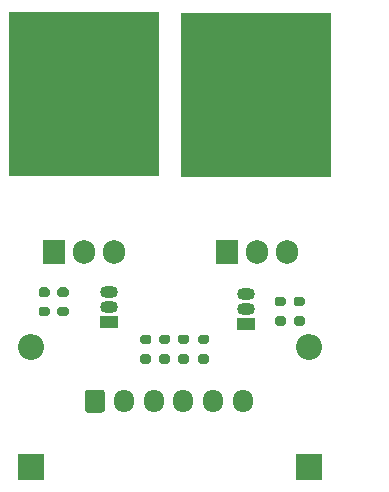
<source format=gbr>
G04 #@! TF.GenerationSoftware,KiCad,Pcbnew,(5.1.7)-1*
G04 #@! TF.CreationDate,2020-12-25T11:30:47+09:00*
G04 #@! TF.ProjectId,SolenoidProtectionCircuit,536f6c65-6e6f-4696-9450-726f74656374,rev?*
G04 #@! TF.SameCoordinates,Original*
G04 #@! TF.FileFunction,Soldermask,Top*
G04 #@! TF.FilePolarity,Negative*
%FSLAX46Y46*%
G04 Gerber Fmt 4.6, Leading zero omitted, Abs format (unit mm)*
G04 Created by KiCad (PCBNEW (5.1.7)-1) date 2020-12-25 11:30:47*
%MOMM*%
%LPD*%
G01*
G04 APERTURE LIST*
%ADD10O,1.700000X1.950000*%
%ADD11C,5.000000*%
%ADD12R,1.905000X2.000000*%
%ADD13O,1.905000X2.000000*%
%ADD14R,12.700000X14.000000*%
%ADD15R,1.500000X1.050000*%
%ADD16O,1.500000X1.050000*%
%ADD17O,2.200000X2.200000*%
%ADD18R,2.200000X2.200000*%
G04 APERTURE END LIST*
D10*
X106100000Y-99700000D03*
X103600000Y-99700000D03*
X101100000Y-99700000D03*
X98600000Y-99700000D03*
X96100000Y-99700000D03*
G36*
G01*
X92750000Y-100425000D02*
X92750000Y-98975000D01*
G75*
G02*
X93000000Y-98725000I250000J0D01*
G01*
X94200000Y-98725000D01*
G75*
G02*
X94450000Y-98975000I0J-250000D01*
G01*
X94450000Y-100425000D01*
G75*
G02*
X94200000Y-100675000I-250000J0D01*
G01*
X93000000Y-100675000D01*
G75*
G02*
X92750000Y-100425000I0J250000D01*
G01*
G37*
D11*
X92700000Y-70700000D03*
D12*
X90160000Y-87100000D03*
D13*
X95240000Y-87100000D03*
X92700000Y-87100000D03*
D14*
X92700000Y-73700000D03*
D11*
X107300000Y-70700000D03*
D12*
X104760000Y-87100000D03*
D13*
X109840000Y-87100000D03*
X107300000Y-87100000D03*
D14*
X107200000Y-73800000D03*
G36*
G01*
X110625000Y-90875000D02*
X111175000Y-90875000D01*
G75*
G02*
X111375000Y-91075000I0J-200000D01*
G01*
X111375000Y-91475000D01*
G75*
G02*
X111175000Y-91675000I-200000J0D01*
G01*
X110625000Y-91675000D01*
G75*
G02*
X110425000Y-91475000I0J200000D01*
G01*
X110425000Y-91075000D01*
G75*
G02*
X110625000Y-90875000I200000J0D01*
G01*
G37*
G36*
G01*
X110625000Y-92525000D02*
X111175000Y-92525000D01*
G75*
G02*
X111375000Y-92725000I0J-200000D01*
G01*
X111375000Y-93125000D01*
G75*
G02*
X111175000Y-93325000I-200000J0D01*
G01*
X110625000Y-93325000D01*
G75*
G02*
X110425000Y-93125000I0J200000D01*
G01*
X110425000Y-92725000D01*
G75*
G02*
X110625000Y-92525000I200000J0D01*
G01*
G37*
G36*
G01*
X109025000Y-92525000D02*
X109575000Y-92525000D01*
G75*
G02*
X109775000Y-92725000I0J-200000D01*
G01*
X109775000Y-93125000D01*
G75*
G02*
X109575000Y-93325000I-200000J0D01*
G01*
X109025000Y-93325000D01*
G75*
G02*
X108825000Y-93125000I0J200000D01*
G01*
X108825000Y-92725000D01*
G75*
G02*
X109025000Y-92525000I200000J0D01*
G01*
G37*
G36*
G01*
X109025000Y-90875000D02*
X109575000Y-90875000D01*
G75*
G02*
X109775000Y-91075000I0J-200000D01*
G01*
X109775000Y-91475000D01*
G75*
G02*
X109575000Y-91675000I-200000J0D01*
G01*
X109025000Y-91675000D01*
G75*
G02*
X108825000Y-91475000I0J200000D01*
G01*
X108825000Y-91075000D01*
G75*
G02*
X109025000Y-90875000I200000J0D01*
G01*
G37*
G36*
G01*
X103075000Y-94875000D02*
X102525000Y-94875000D01*
G75*
G02*
X102325000Y-94675000I0J200000D01*
G01*
X102325000Y-94275000D01*
G75*
G02*
X102525000Y-94075000I200000J0D01*
G01*
X103075000Y-94075000D01*
G75*
G02*
X103275000Y-94275000I0J-200000D01*
G01*
X103275000Y-94675000D01*
G75*
G02*
X103075000Y-94875000I-200000J0D01*
G01*
G37*
G36*
G01*
X103075000Y-96525000D02*
X102525000Y-96525000D01*
G75*
G02*
X102325000Y-96325000I0J200000D01*
G01*
X102325000Y-95925000D01*
G75*
G02*
X102525000Y-95725000I200000J0D01*
G01*
X103075000Y-95725000D01*
G75*
G02*
X103275000Y-95925000I0J-200000D01*
G01*
X103275000Y-96325000D01*
G75*
G02*
X103075000Y-96525000I-200000J0D01*
G01*
G37*
G36*
G01*
X100825000Y-95725000D02*
X101375000Y-95725000D01*
G75*
G02*
X101575000Y-95925000I0J-200000D01*
G01*
X101575000Y-96325000D01*
G75*
G02*
X101375000Y-96525000I-200000J0D01*
G01*
X100825000Y-96525000D01*
G75*
G02*
X100625000Y-96325000I0J200000D01*
G01*
X100625000Y-95925000D01*
G75*
G02*
X100825000Y-95725000I200000J0D01*
G01*
G37*
G36*
G01*
X100825000Y-94075000D02*
X101375000Y-94075000D01*
G75*
G02*
X101575000Y-94275000I0J-200000D01*
G01*
X101575000Y-94675000D01*
G75*
G02*
X101375000Y-94875000I-200000J0D01*
G01*
X100825000Y-94875000D01*
G75*
G02*
X100625000Y-94675000I0J200000D01*
G01*
X100625000Y-94275000D01*
G75*
G02*
X100825000Y-94075000I200000J0D01*
G01*
G37*
D15*
X106400000Y-93200000D03*
D16*
X106400000Y-90660000D03*
X106400000Y-91930000D03*
D17*
X111700000Y-95140000D03*
D18*
X111700000Y-105300000D03*
G36*
G01*
X89025000Y-91725000D02*
X89575000Y-91725000D01*
G75*
G02*
X89775000Y-91925000I0J-200000D01*
G01*
X89775000Y-92325000D01*
G75*
G02*
X89575000Y-92525000I-200000J0D01*
G01*
X89025000Y-92525000D01*
G75*
G02*
X88825000Y-92325000I0J200000D01*
G01*
X88825000Y-91925000D01*
G75*
G02*
X89025000Y-91725000I200000J0D01*
G01*
G37*
G36*
G01*
X89025000Y-90075000D02*
X89575000Y-90075000D01*
G75*
G02*
X89775000Y-90275000I0J-200000D01*
G01*
X89775000Y-90675000D01*
G75*
G02*
X89575000Y-90875000I-200000J0D01*
G01*
X89025000Y-90875000D01*
G75*
G02*
X88825000Y-90675000I0J200000D01*
G01*
X88825000Y-90275000D01*
G75*
G02*
X89025000Y-90075000I200000J0D01*
G01*
G37*
G36*
G01*
X90625000Y-91725000D02*
X91175000Y-91725000D01*
G75*
G02*
X91375000Y-91925000I0J-200000D01*
G01*
X91375000Y-92325000D01*
G75*
G02*
X91175000Y-92525000I-200000J0D01*
G01*
X90625000Y-92525000D01*
G75*
G02*
X90425000Y-92325000I0J200000D01*
G01*
X90425000Y-91925000D01*
G75*
G02*
X90625000Y-91725000I200000J0D01*
G01*
G37*
G36*
G01*
X90625000Y-90075000D02*
X91175000Y-90075000D01*
G75*
G02*
X91375000Y-90275000I0J-200000D01*
G01*
X91375000Y-90675000D01*
G75*
G02*
X91175000Y-90875000I-200000J0D01*
G01*
X90625000Y-90875000D01*
G75*
G02*
X90425000Y-90675000I0J200000D01*
G01*
X90425000Y-90275000D01*
G75*
G02*
X90625000Y-90075000I200000J0D01*
G01*
G37*
G36*
G01*
X98175000Y-94875000D02*
X97625000Y-94875000D01*
G75*
G02*
X97425000Y-94675000I0J200000D01*
G01*
X97425000Y-94275000D01*
G75*
G02*
X97625000Y-94075000I200000J0D01*
G01*
X98175000Y-94075000D01*
G75*
G02*
X98375000Y-94275000I0J-200000D01*
G01*
X98375000Y-94675000D01*
G75*
G02*
X98175000Y-94875000I-200000J0D01*
G01*
G37*
G36*
G01*
X98175000Y-96525000D02*
X97625000Y-96525000D01*
G75*
G02*
X97425000Y-96325000I0J200000D01*
G01*
X97425000Y-95925000D01*
G75*
G02*
X97625000Y-95725000I200000J0D01*
G01*
X98175000Y-95725000D01*
G75*
G02*
X98375000Y-95925000I0J-200000D01*
G01*
X98375000Y-96325000D01*
G75*
G02*
X98175000Y-96525000I-200000J0D01*
G01*
G37*
G36*
G01*
X99225000Y-95725000D02*
X99775000Y-95725000D01*
G75*
G02*
X99975000Y-95925000I0J-200000D01*
G01*
X99975000Y-96325000D01*
G75*
G02*
X99775000Y-96525000I-200000J0D01*
G01*
X99225000Y-96525000D01*
G75*
G02*
X99025000Y-96325000I0J200000D01*
G01*
X99025000Y-95925000D01*
G75*
G02*
X99225000Y-95725000I200000J0D01*
G01*
G37*
G36*
G01*
X99225000Y-94075000D02*
X99775000Y-94075000D01*
G75*
G02*
X99975000Y-94275000I0J-200000D01*
G01*
X99975000Y-94675000D01*
G75*
G02*
X99775000Y-94875000I-200000J0D01*
G01*
X99225000Y-94875000D01*
G75*
G02*
X99025000Y-94675000I0J200000D01*
G01*
X99025000Y-94275000D01*
G75*
G02*
X99225000Y-94075000I200000J0D01*
G01*
G37*
D15*
X94800000Y-93000000D03*
D16*
X94800000Y-90460000D03*
X94800000Y-91730000D03*
D17*
X88200000Y-95140000D03*
D18*
X88200000Y-105300000D03*
M02*

</source>
